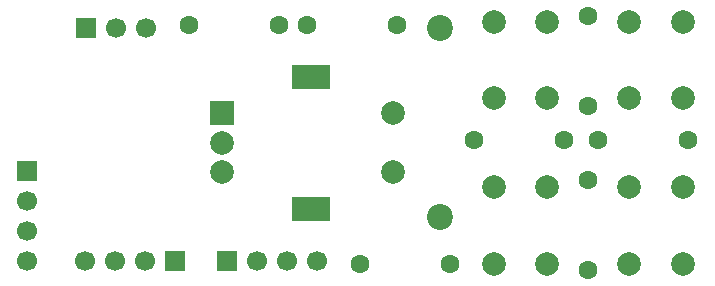
<source format=gbr>
%TF.GenerationSoftware,KiCad,Pcbnew,9.0.4*%
%TF.CreationDate,2025-08-23T10:29:59+02:00*%
%TF.ProjectId,i2c_hid,6932635f-6869-4642-9e6b-696361645f70,rev?*%
%TF.SameCoordinates,Original*%
%TF.FileFunction,Soldermask,Bot*%
%TF.FilePolarity,Negative*%
%FSLAX46Y46*%
G04 Gerber Fmt 4.6, Leading zero omitted, Abs format (unit mm)*
G04 Created by KiCad (PCBNEW 9.0.4) date 2025-08-23 10:29:59*
%MOMM*%
%LPD*%
G01*
G04 APERTURE LIST*
%ADD10C,2.200000*%
%ADD11R,2.000000X2.000000*%
%ADD12C,2.000000*%
%ADD13R,3.200000X2.000000*%
%ADD14C,1.600000*%
%ADD15R,1.700000X1.700000*%
%ADD16C,1.700000*%
G04 APERTURE END LIST*
D10*
%TO.C,M2*%
X172500000Y-70000000D03*
%TD*%
%TO.C,REF\u002A\u002A*%
X172500000Y-86000000D03*
%TD*%
D11*
%TO.C,SW1*%
X154000000Y-77250000D03*
D12*
X154000000Y-82250000D03*
X154000000Y-79750000D03*
D13*
X161500000Y-74150000D03*
X161500000Y-85350000D03*
D12*
X168500000Y-82250000D03*
X168500000Y-77250000D03*
%TD*%
D14*
%TO.C,R9*%
X185000000Y-82880000D03*
X185000000Y-90500000D03*
%TD*%
%TO.C,R8*%
X185000000Y-69000000D03*
X185000000Y-76620000D03*
%TD*%
D12*
%TO.C,SW6*%
X181500000Y-83500000D03*
X181500000Y-90000000D03*
X177000000Y-83500000D03*
X177000000Y-90000000D03*
%TD*%
D15*
%TO.C,J2*%
X137500000Y-82110000D03*
D16*
X137500000Y-84650000D03*
X137500000Y-87190000D03*
X137500000Y-89730000D03*
%TD*%
D14*
%TO.C,R10*%
X183000000Y-79500000D03*
X175380000Y-79500000D03*
%TD*%
%TO.C,R3*%
X161190000Y-69750000D03*
X168810000Y-69750000D03*
%TD*%
%TO.C,R2*%
X173310000Y-90000000D03*
X165690000Y-90000000D03*
%TD*%
%TO.C,R1*%
X151190000Y-69750000D03*
X158810000Y-69750000D03*
%TD*%
%TO.C,R7*%
X193500000Y-79500000D03*
X185880000Y-79500000D03*
%TD*%
D15*
%TO.C,J4*%
X154460000Y-89730000D03*
D16*
X157000000Y-89730000D03*
X159540000Y-89730000D03*
X162080000Y-89730000D03*
%TD*%
D15*
%TO.C,J3*%
X150040000Y-89730000D03*
D16*
X147500000Y-89730000D03*
X144960000Y-89730000D03*
X142420000Y-89730000D03*
%TD*%
D12*
%TO.C,SW4*%
X188500000Y-76000000D03*
X188500000Y-69500000D03*
X193000000Y-76000000D03*
X193000000Y-69500000D03*
%TD*%
%TO.C,SW5*%
X193000000Y-83500000D03*
X193000000Y-90000000D03*
X188500000Y-83500000D03*
X188500000Y-90000000D03*
%TD*%
D15*
%TO.C,J1*%
X142460000Y-70020000D03*
D16*
X145000000Y-70020000D03*
X147540000Y-70020000D03*
%TD*%
D12*
%TO.C,SW2*%
X177000000Y-76000000D03*
X177000000Y-69500000D03*
X181500000Y-76000000D03*
X181500000Y-69500000D03*
%TD*%
M02*

</source>
